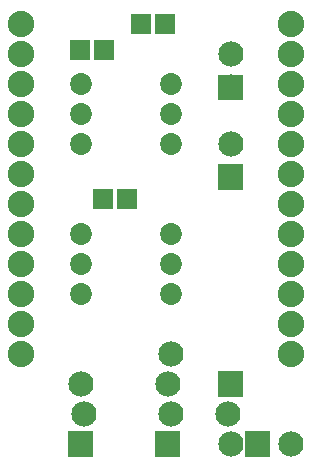
<source format=gbs>
G04 MADE WITH FRITZING*
G04 WWW.FRITZING.ORG*
G04 DOUBLE SIDED*
G04 HOLES PLATED*
G04 CONTOUR ON CENTER OF CONTOUR VECTOR*
%ASAXBY*%
%FSLAX23Y23*%
%MOIN*%
%OFA0B0*%
%SFA1.0B1.0*%
%ADD10C,0.088000*%
%ADD11C,0.084000*%
%ADD12C,0.073000*%
%ADD13R,0.065118X0.069055*%
%ADD14R,0.001000X0.001000*%
%LNMASK0*%
G90*
G70*
G54D10*
X72Y1473D03*
X72Y1373D03*
X72Y1273D03*
X72Y1173D03*
X72Y1073D03*
X72Y973D03*
X72Y873D03*
X72Y773D03*
X72Y673D03*
X72Y573D03*
X72Y473D03*
X72Y373D03*
X972Y373D03*
X972Y473D03*
X972Y573D03*
X972Y673D03*
X972Y773D03*
X972Y873D03*
X972Y973D03*
X972Y1073D03*
X972Y1173D03*
X972Y1273D03*
X972Y1373D03*
X972Y1473D03*
G54D11*
X862Y73D03*
X972Y73D03*
X772Y1263D03*
X772Y1373D03*
X772Y963D03*
X772Y1073D03*
X562Y73D03*
X572Y173D03*
X562Y273D03*
X572Y373D03*
X772Y273D03*
X762Y173D03*
X772Y73D03*
X272Y73D03*
X282Y173D03*
X272Y273D03*
G54D12*
X572Y1273D03*
X572Y1173D03*
X572Y1073D03*
X272Y1073D03*
X272Y1173D03*
X272Y1273D03*
X572Y1273D03*
X572Y1173D03*
X572Y1073D03*
X272Y1073D03*
X272Y1173D03*
X272Y1273D03*
X572Y1273D03*
X572Y1173D03*
X572Y1073D03*
X272Y1073D03*
X272Y1173D03*
X272Y1273D03*
X572Y773D03*
X572Y673D03*
X572Y573D03*
X272Y573D03*
X272Y673D03*
X272Y773D03*
X572Y773D03*
X572Y673D03*
X572Y573D03*
X272Y573D03*
X272Y673D03*
X272Y773D03*
X572Y773D03*
X572Y673D03*
X572Y573D03*
X272Y573D03*
X272Y673D03*
X272Y773D03*
G54D13*
X351Y1388D03*
X270Y1388D03*
X426Y891D03*
X345Y891D03*
X553Y1473D03*
X472Y1473D03*
G54D14*
X731Y1304D02*
X814Y1304D01*
X731Y1303D02*
X814Y1303D01*
X731Y1302D02*
X814Y1302D01*
X731Y1301D02*
X814Y1301D01*
X731Y1300D02*
X814Y1300D01*
X731Y1299D02*
X814Y1299D01*
X731Y1298D02*
X814Y1298D01*
X731Y1297D02*
X814Y1297D01*
X731Y1296D02*
X814Y1296D01*
X731Y1295D02*
X814Y1295D01*
X731Y1294D02*
X814Y1294D01*
X731Y1293D02*
X814Y1293D01*
X731Y1292D02*
X814Y1292D01*
X731Y1291D02*
X814Y1291D01*
X731Y1290D02*
X814Y1290D01*
X731Y1289D02*
X814Y1289D01*
X731Y1288D02*
X814Y1288D01*
X731Y1287D02*
X814Y1287D01*
X731Y1286D02*
X814Y1286D01*
X731Y1285D02*
X814Y1285D01*
X731Y1284D02*
X814Y1284D01*
X731Y1283D02*
X814Y1283D01*
X731Y1282D02*
X814Y1282D01*
X731Y1281D02*
X814Y1281D01*
X731Y1280D02*
X814Y1280D01*
X731Y1279D02*
X814Y1279D01*
X731Y1278D02*
X814Y1278D01*
X731Y1277D02*
X767Y1277D01*
X779Y1277D02*
X814Y1277D01*
X731Y1276D02*
X765Y1276D01*
X780Y1276D02*
X814Y1276D01*
X731Y1275D02*
X763Y1275D01*
X782Y1275D02*
X814Y1275D01*
X731Y1274D02*
X762Y1274D01*
X783Y1274D02*
X814Y1274D01*
X731Y1273D02*
X761Y1273D01*
X784Y1273D02*
X814Y1273D01*
X731Y1272D02*
X760Y1272D01*
X785Y1272D02*
X814Y1272D01*
X731Y1271D02*
X759Y1271D01*
X786Y1271D02*
X814Y1271D01*
X731Y1270D02*
X759Y1270D01*
X786Y1270D02*
X814Y1270D01*
X731Y1269D02*
X758Y1269D01*
X787Y1269D02*
X814Y1269D01*
X731Y1268D02*
X758Y1268D01*
X787Y1268D02*
X814Y1268D01*
X731Y1267D02*
X758Y1267D01*
X787Y1267D02*
X814Y1267D01*
X731Y1266D02*
X757Y1266D01*
X788Y1266D02*
X814Y1266D01*
X731Y1265D02*
X757Y1265D01*
X788Y1265D02*
X814Y1265D01*
X731Y1264D02*
X757Y1264D01*
X788Y1264D02*
X814Y1264D01*
X731Y1263D02*
X757Y1263D01*
X788Y1263D02*
X814Y1263D01*
X731Y1262D02*
X757Y1262D01*
X788Y1262D02*
X814Y1262D01*
X731Y1261D02*
X757Y1261D01*
X788Y1261D02*
X814Y1261D01*
X731Y1260D02*
X757Y1260D01*
X788Y1260D02*
X814Y1260D01*
X731Y1259D02*
X758Y1259D01*
X788Y1259D02*
X814Y1259D01*
X731Y1258D02*
X758Y1258D01*
X787Y1258D02*
X814Y1258D01*
X731Y1257D02*
X758Y1257D01*
X787Y1257D02*
X814Y1257D01*
X731Y1256D02*
X759Y1256D01*
X786Y1256D02*
X814Y1256D01*
X731Y1255D02*
X759Y1255D01*
X786Y1255D02*
X814Y1255D01*
X731Y1254D02*
X760Y1254D01*
X785Y1254D02*
X814Y1254D01*
X731Y1253D02*
X761Y1253D01*
X784Y1253D02*
X814Y1253D01*
X731Y1252D02*
X762Y1252D01*
X783Y1252D02*
X814Y1252D01*
X731Y1251D02*
X763Y1251D01*
X782Y1251D02*
X814Y1251D01*
X731Y1250D02*
X764Y1250D01*
X781Y1250D02*
X814Y1250D01*
X731Y1249D02*
X766Y1249D01*
X779Y1249D02*
X814Y1249D01*
X731Y1248D02*
X814Y1248D01*
X731Y1247D02*
X814Y1247D01*
X731Y1246D02*
X814Y1246D01*
X731Y1245D02*
X814Y1245D01*
X731Y1244D02*
X814Y1244D01*
X731Y1243D02*
X814Y1243D01*
X731Y1242D02*
X814Y1242D01*
X731Y1241D02*
X814Y1241D01*
X731Y1240D02*
X814Y1240D01*
X731Y1239D02*
X814Y1239D01*
X731Y1238D02*
X814Y1238D01*
X731Y1237D02*
X814Y1237D01*
X731Y1236D02*
X814Y1236D01*
X731Y1235D02*
X814Y1235D01*
X731Y1234D02*
X814Y1234D01*
X731Y1233D02*
X814Y1233D01*
X731Y1232D02*
X814Y1232D01*
X731Y1231D02*
X814Y1231D01*
X731Y1230D02*
X814Y1230D01*
X731Y1229D02*
X814Y1229D01*
X731Y1228D02*
X814Y1228D01*
X731Y1227D02*
X814Y1227D01*
X731Y1226D02*
X814Y1226D01*
X731Y1225D02*
X814Y1225D01*
X731Y1224D02*
X814Y1224D01*
X731Y1223D02*
X814Y1223D01*
X731Y1222D02*
X814Y1222D01*
X731Y1221D02*
X814Y1221D01*
X731Y1005D02*
X814Y1005D01*
X731Y1004D02*
X814Y1004D01*
X731Y1003D02*
X814Y1003D01*
X731Y1002D02*
X814Y1002D01*
X731Y1001D02*
X814Y1001D01*
X731Y1000D02*
X814Y1000D01*
X731Y999D02*
X814Y999D01*
X731Y998D02*
X814Y998D01*
X731Y997D02*
X814Y997D01*
X731Y996D02*
X814Y996D01*
X731Y995D02*
X814Y995D01*
X731Y994D02*
X814Y994D01*
X731Y993D02*
X814Y993D01*
X731Y992D02*
X814Y992D01*
X731Y991D02*
X814Y991D01*
X731Y990D02*
X814Y990D01*
X731Y989D02*
X814Y989D01*
X731Y988D02*
X814Y988D01*
X731Y987D02*
X814Y987D01*
X731Y986D02*
X814Y986D01*
X731Y985D02*
X814Y985D01*
X731Y984D02*
X814Y984D01*
X731Y983D02*
X814Y983D01*
X731Y982D02*
X814Y982D01*
X731Y981D02*
X814Y981D01*
X731Y980D02*
X814Y980D01*
X731Y979D02*
X814Y979D01*
X731Y978D02*
X814Y978D01*
X731Y977D02*
X766Y977D01*
X779Y977D02*
X814Y977D01*
X731Y976D02*
X764Y976D01*
X781Y976D02*
X814Y976D01*
X731Y975D02*
X763Y975D01*
X782Y975D02*
X814Y975D01*
X731Y974D02*
X762Y974D01*
X783Y974D02*
X814Y974D01*
X731Y973D02*
X761Y973D01*
X784Y973D02*
X814Y973D01*
X731Y972D02*
X760Y972D01*
X785Y972D02*
X814Y972D01*
X731Y971D02*
X759Y971D01*
X786Y971D02*
X814Y971D01*
X731Y970D02*
X759Y970D01*
X786Y970D02*
X814Y970D01*
X731Y969D02*
X758Y969D01*
X787Y969D02*
X814Y969D01*
X731Y968D02*
X758Y968D01*
X787Y968D02*
X814Y968D01*
X731Y967D02*
X758Y967D01*
X788Y967D02*
X814Y967D01*
X731Y966D02*
X757Y966D01*
X788Y966D02*
X814Y966D01*
X731Y965D02*
X757Y965D01*
X788Y965D02*
X814Y965D01*
X731Y964D02*
X757Y964D01*
X788Y964D02*
X814Y964D01*
X731Y963D02*
X757Y963D01*
X788Y963D02*
X814Y963D01*
X731Y962D02*
X757Y962D01*
X788Y962D02*
X814Y962D01*
X731Y961D02*
X757Y961D01*
X788Y961D02*
X814Y961D01*
X731Y960D02*
X757Y960D01*
X788Y960D02*
X814Y960D01*
X731Y959D02*
X758Y959D01*
X787Y959D02*
X814Y959D01*
X731Y958D02*
X758Y958D01*
X787Y958D02*
X814Y958D01*
X731Y957D02*
X758Y957D01*
X787Y957D02*
X814Y957D01*
X731Y956D02*
X759Y956D01*
X786Y956D02*
X814Y956D01*
X731Y955D02*
X759Y955D01*
X786Y955D02*
X814Y955D01*
X731Y954D02*
X760Y954D01*
X785Y954D02*
X814Y954D01*
X731Y953D02*
X761Y953D01*
X784Y953D02*
X814Y953D01*
X731Y952D02*
X762Y952D01*
X783Y952D02*
X814Y952D01*
X731Y951D02*
X763Y951D01*
X782Y951D02*
X814Y951D01*
X731Y950D02*
X765Y950D01*
X781Y950D02*
X814Y950D01*
X731Y949D02*
X767Y949D01*
X779Y949D02*
X814Y949D01*
X731Y948D02*
X814Y948D01*
X731Y947D02*
X814Y947D01*
X731Y946D02*
X814Y946D01*
X731Y945D02*
X814Y945D01*
X731Y944D02*
X814Y944D01*
X731Y943D02*
X814Y943D01*
X731Y942D02*
X814Y942D01*
X731Y941D02*
X814Y941D01*
X731Y940D02*
X814Y940D01*
X731Y939D02*
X814Y939D01*
X731Y938D02*
X814Y938D01*
X731Y937D02*
X814Y937D01*
X731Y936D02*
X814Y936D01*
X731Y935D02*
X814Y935D01*
X731Y934D02*
X814Y934D01*
X731Y933D02*
X814Y933D01*
X731Y932D02*
X814Y932D01*
X731Y931D02*
X814Y931D01*
X731Y930D02*
X814Y930D01*
X731Y929D02*
X814Y929D01*
X731Y928D02*
X814Y928D01*
X731Y927D02*
X814Y927D01*
X731Y926D02*
X814Y926D01*
X731Y925D02*
X814Y925D01*
X731Y924D02*
X814Y924D01*
X731Y923D02*
X814Y923D01*
X731Y922D02*
X814Y922D01*
X731Y315D02*
X814Y315D01*
X731Y314D02*
X814Y314D01*
X731Y313D02*
X814Y313D01*
X731Y312D02*
X814Y312D01*
X731Y311D02*
X814Y311D01*
X731Y310D02*
X814Y310D01*
X731Y309D02*
X814Y309D01*
X731Y308D02*
X814Y308D01*
X731Y307D02*
X814Y307D01*
X731Y306D02*
X814Y306D01*
X731Y305D02*
X814Y305D01*
X731Y304D02*
X814Y304D01*
X731Y303D02*
X814Y303D01*
X731Y302D02*
X814Y302D01*
X731Y301D02*
X814Y301D01*
X731Y300D02*
X814Y300D01*
X731Y299D02*
X814Y299D01*
X731Y298D02*
X814Y298D01*
X731Y297D02*
X814Y297D01*
X731Y296D02*
X814Y296D01*
X731Y295D02*
X814Y295D01*
X731Y294D02*
X814Y294D01*
X731Y293D02*
X814Y293D01*
X731Y292D02*
X814Y292D01*
X731Y291D02*
X814Y291D01*
X731Y290D02*
X814Y290D01*
X731Y289D02*
X814Y289D01*
X731Y288D02*
X771Y288D01*
X774Y288D02*
X814Y288D01*
X731Y287D02*
X766Y287D01*
X779Y287D02*
X814Y287D01*
X731Y286D02*
X764Y286D01*
X781Y286D02*
X814Y286D01*
X731Y285D02*
X763Y285D01*
X782Y285D02*
X814Y285D01*
X731Y284D02*
X762Y284D01*
X783Y284D02*
X814Y284D01*
X731Y283D02*
X761Y283D01*
X784Y283D02*
X814Y283D01*
X731Y282D02*
X760Y282D01*
X785Y282D02*
X814Y282D01*
X731Y281D02*
X759Y281D01*
X786Y281D02*
X814Y281D01*
X731Y280D02*
X759Y280D01*
X786Y280D02*
X814Y280D01*
X731Y279D02*
X758Y279D01*
X787Y279D02*
X814Y279D01*
X731Y278D02*
X758Y278D01*
X787Y278D02*
X814Y278D01*
X731Y277D02*
X758Y277D01*
X788Y277D02*
X814Y277D01*
X731Y276D02*
X757Y276D01*
X788Y276D02*
X814Y276D01*
X731Y275D02*
X757Y275D01*
X788Y275D02*
X814Y275D01*
X731Y274D02*
X757Y274D01*
X788Y274D02*
X814Y274D01*
X731Y273D02*
X757Y273D01*
X788Y273D02*
X814Y273D01*
X731Y272D02*
X757Y272D01*
X788Y272D02*
X814Y272D01*
X731Y271D02*
X757Y271D01*
X788Y271D02*
X814Y271D01*
X731Y270D02*
X757Y270D01*
X788Y270D02*
X814Y270D01*
X731Y269D02*
X758Y269D01*
X787Y269D02*
X814Y269D01*
X731Y268D02*
X758Y268D01*
X787Y268D02*
X814Y268D01*
X731Y267D02*
X758Y267D01*
X787Y267D02*
X814Y267D01*
X731Y266D02*
X759Y266D01*
X786Y266D02*
X814Y266D01*
X731Y265D02*
X759Y265D01*
X786Y265D02*
X814Y265D01*
X731Y264D02*
X760Y264D01*
X785Y264D02*
X814Y264D01*
X731Y263D02*
X761Y263D01*
X784Y263D02*
X814Y263D01*
X731Y262D02*
X762Y262D01*
X783Y262D02*
X814Y262D01*
X731Y261D02*
X763Y261D01*
X782Y261D02*
X814Y261D01*
X731Y260D02*
X765Y260D01*
X780Y260D02*
X814Y260D01*
X731Y259D02*
X767Y259D01*
X778Y259D02*
X814Y259D01*
X731Y258D02*
X814Y258D01*
X731Y257D02*
X814Y257D01*
X731Y256D02*
X814Y256D01*
X731Y255D02*
X814Y255D01*
X731Y254D02*
X814Y254D01*
X731Y253D02*
X814Y253D01*
X731Y252D02*
X814Y252D01*
X731Y251D02*
X814Y251D01*
X731Y250D02*
X814Y250D01*
X731Y249D02*
X814Y249D01*
X731Y248D02*
X814Y248D01*
X731Y247D02*
X814Y247D01*
X731Y246D02*
X814Y246D01*
X731Y245D02*
X814Y245D01*
X731Y244D02*
X814Y244D01*
X731Y243D02*
X814Y243D01*
X731Y242D02*
X814Y242D01*
X731Y241D02*
X814Y241D01*
X731Y240D02*
X814Y240D01*
X731Y239D02*
X814Y239D01*
X731Y238D02*
X814Y238D01*
X731Y237D02*
X814Y237D01*
X731Y236D02*
X814Y236D01*
X731Y235D02*
X814Y235D01*
X731Y234D02*
X814Y234D01*
X731Y233D02*
X814Y233D01*
X731Y232D02*
X814Y232D01*
X231Y115D02*
X314Y115D01*
X521Y115D02*
X604Y115D01*
X821Y115D02*
X904Y115D01*
X231Y114D02*
X314Y114D01*
X521Y114D02*
X604Y114D01*
X821Y114D02*
X904Y114D01*
X231Y113D02*
X314Y113D01*
X521Y113D02*
X604Y113D01*
X821Y113D02*
X904Y113D01*
X231Y112D02*
X314Y112D01*
X521Y112D02*
X604Y112D01*
X821Y112D02*
X904Y112D01*
X231Y111D02*
X314Y111D01*
X521Y111D02*
X604Y111D01*
X821Y111D02*
X904Y111D01*
X231Y110D02*
X314Y110D01*
X521Y110D02*
X604Y110D01*
X821Y110D02*
X904Y110D01*
X231Y109D02*
X314Y109D01*
X521Y109D02*
X604Y109D01*
X821Y109D02*
X904Y109D01*
X231Y108D02*
X314Y108D01*
X521Y108D02*
X604Y108D01*
X821Y108D02*
X904Y108D01*
X231Y107D02*
X314Y107D01*
X521Y107D02*
X604Y107D01*
X821Y107D02*
X904Y107D01*
X231Y106D02*
X314Y106D01*
X521Y106D02*
X604Y106D01*
X821Y106D02*
X904Y106D01*
X231Y105D02*
X314Y105D01*
X521Y105D02*
X604Y105D01*
X821Y105D02*
X904Y105D01*
X231Y104D02*
X314Y104D01*
X521Y104D02*
X604Y104D01*
X821Y104D02*
X904Y104D01*
X231Y103D02*
X314Y103D01*
X521Y103D02*
X604Y103D01*
X821Y103D02*
X904Y103D01*
X231Y102D02*
X314Y102D01*
X521Y102D02*
X604Y102D01*
X821Y102D02*
X904Y102D01*
X231Y101D02*
X314Y101D01*
X521Y101D02*
X604Y101D01*
X821Y101D02*
X904Y101D01*
X231Y100D02*
X314Y100D01*
X521Y100D02*
X604Y100D01*
X821Y100D02*
X904Y100D01*
X231Y99D02*
X314Y99D01*
X521Y99D02*
X604Y99D01*
X821Y99D02*
X904Y99D01*
X231Y98D02*
X314Y98D01*
X521Y98D02*
X604Y98D01*
X821Y98D02*
X904Y98D01*
X231Y97D02*
X314Y97D01*
X521Y97D02*
X604Y97D01*
X821Y97D02*
X904Y97D01*
X231Y96D02*
X314Y96D01*
X521Y96D02*
X604Y96D01*
X821Y96D02*
X904Y96D01*
X231Y95D02*
X314Y95D01*
X521Y95D02*
X604Y95D01*
X821Y95D02*
X904Y95D01*
X231Y94D02*
X314Y94D01*
X521Y94D02*
X604Y94D01*
X821Y94D02*
X904Y94D01*
X231Y93D02*
X314Y93D01*
X521Y93D02*
X604Y93D01*
X821Y93D02*
X904Y93D01*
X231Y92D02*
X314Y92D01*
X521Y92D02*
X604Y92D01*
X821Y92D02*
X904Y92D01*
X231Y91D02*
X314Y91D01*
X521Y91D02*
X604Y91D01*
X821Y91D02*
X904Y91D01*
X231Y90D02*
X314Y90D01*
X521Y90D02*
X604Y90D01*
X821Y90D02*
X904Y90D01*
X231Y89D02*
X314Y89D01*
X521Y89D02*
X604Y89D01*
X821Y89D02*
X904Y89D01*
X231Y88D02*
X271Y88D01*
X274Y88D02*
X314Y88D01*
X521Y88D02*
X561Y88D01*
X564Y88D02*
X604Y88D01*
X821Y88D02*
X861Y88D01*
X864Y88D02*
X904Y88D01*
X231Y87D02*
X266Y87D01*
X279Y87D02*
X314Y87D01*
X521Y87D02*
X556Y87D01*
X569Y87D02*
X604Y87D01*
X821Y87D02*
X856Y87D01*
X869Y87D02*
X904Y87D01*
X231Y86D02*
X264Y86D01*
X281Y86D02*
X314Y86D01*
X521Y86D02*
X554Y86D01*
X571Y86D02*
X604Y86D01*
X821Y86D02*
X854Y86D01*
X871Y86D02*
X904Y86D01*
X231Y85D02*
X263Y85D01*
X282Y85D02*
X314Y85D01*
X521Y85D02*
X553Y85D01*
X572Y85D02*
X604Y85D01*
X821Y85D02*
X853Y85D01*
X872Y85D02*
X904Y85D01*
X231Y84D02*
X262Y84D01*
X283Y84D02*
X314Y84D01*
X521Y84D02*
X552Y84D01*
X573Y84D02*
X604Y84D01*
X821Y84D02*
X852Y84D01*
X873Y84D02*
X904Y84D01*
X231Y83D02*
X261Y83D01*
X284Y83D02*
X314Y83D01*
X521Y83D02*
X551Y83D01*
X574Y83D02*
X604Y83D01*
X821Y83D02*
X851Y83D01*
X874Y83D02*
X904Y83D01*
X231Y82D02*
X260Y82D01*
X285Y82D02*
X314Y82D01*
X521Y82D02*
X550Y82D01*
X575Y82D02*
X604Y82D01*
X821Y82D02*
X850Y82D01*
X875Y82D02*
X904Y82D01*
X231Y81D02*
X259Y81D01*
X286Y81D02*
X314Y81D01*
X521Y81D02*
X549Y81D01*
X576Y81D02*
X604Y81D01*
X821Y81D02*
X849Y81D01*
X876Y81D02*
X904Y81D01*
X231Y80D02*
X259Y80D01*
X286Y80D02*
X314Y80D01*
X521Y80D02*
X549Y80D01*
X576Y80D02*
X604Y80D01*
X821Y80D02*
X849Y80D01*
X876Y80D02*
X904Y80D01*
X231Y79D02*
X258Y79D01*
X287Y79D02*
X314Y79D01*
X521Y79D02*
X548Y79D01*
X577Y79D02*
X604Y79D01*
X821Y79D02*
X848Y79D01*
X877Y79D02*
X904Y79D01*
X231Y78D02*
X258Y78D01*
X287Y78D02*
X314Y78D01*
X521Y78D02*
X548Y78D01*
X577Y78D02*
X604Y78D01*
X821Y78D02*
X848Y78D01*
X877Y78D02*
X904Y78D01*
X231Y77D02*
X258Y77D01*
X288Y77D02*
X314Y77D01*
X521Y77D02*
X548Y77D01*
X578Y77D02*
X604Y77D01*
X821Y77D02*
X848Y77D01*
X878Y77D02*
X904Y77D01*
X231Y76D02*
X257Y76D01*
X288Y76D02*
X314Y76D01*
X521Y76D02*
X547Y76D01*
X578Y76D02*
X604Y76D01*
X821Y76D02*
X847Y76D01*
X878Y76D02*
X904Y76D01*
X231Y75D02*
X257Y75D01*
X288Y75D02*
X314Y75D01*
X521Y75D02*
X547Y75D01*
X578Y75D02*
X604Y75D01*
X821Y75D02*
X847Y75D01*
X878Y75D02*
X904Y75D01*
X231Y74D02*
X257Y74D01*
X288Y74D02*
X314Y74D01*
X521Y74D02*
X547Y74D01*
X578Y74D02*
X604Y74D01*
X821Y74D02*
X847Y74D01*
X878Y74D02*
X904Y74D01*
X231Y73D02*
X257Y73D01*
X288Y73D02*
X314Y73D01*
X521Y73D02*
X547Y73D01*
X578Y73D02*
X604Y73D01*
X821Y73D02*
X847Y73D01*
X878Y73D02*
X904Y73D01*
X231Y72D02*
X257Y72D01*
X288Y72D02*
X314Y72D01*
X521Y72D02*
X547Y72D01*
X578Y72D02*
X604Y72D01*
X821Y72D02*
X847Y72D01*
X878Y72D02*
X904Y72D01*
X231Y71D02*
X257Y71D01*
X288Y71D02*
X314Y71D01*
X521Y71D02*
X547Y71D01*
X578Y71D02*
X604Y71D01*
X821Y71D02*
X847Y71D01*
X878Y71D02*
X904Y71D01*
X231Y70D02*
X257Y70D01*
X288Y70D02*
X314Y70D01*
X521Y70D02*
X547Y70D01*
X578Y70D02*
X604Y70D01*
X821Y70D02*
X847Y70D01*
X878Y70D02*
X904Y70D01*
X231Y69D02*
X258Y69D01*
X288Y69D02*
X314Y69D01*
X521Y69D02*
X548Y69D01*
X577Y69D02*
X604Y69D01*
X821Y69D02*
X848Y69D01*
X877Y69D02*
X904Y69D01*
X231Y68D02*
X258Y68D01*
X287Y68D02*
X314Y68D01*
X521Y68D02*
X548Y68D01*
X577Y68D02*
X604Y68D01*
X821Y68D02*
X848Y68D01*
X877Y68D02*
X904Y68D01*
X231Y67D02*
X258Y67D01*
X287Y67D02*
X314Y67D01*
X521Y67D02*
X548Y67D01*
X577Y67D02*
X604Y67D01*
X821Y67D02*
X848Y67D01*
X877Y67D02*
X904Y67D01*
X231Y66D02*
X259Y66D01*
X286Y66D02*
X314Y66D01*
X521Y66D02*
X549Y66D01*
X576Y66D02*
X604Y66D01*
X821Y66D02*
X849Y66D01*
X876Y66D02*
X904Y66D01*
X231Y65D02*
X259Y65D01*
X286Y65D02*
X314Y65D01*
X521Y65D02*
X549Y65D01*
X576Y65D02*
X604Y65D01*
X821Y65D02*
X849Y65D01*
X876Y65D02*
X904Y65D01*
X231Y64D02*
X260Y64D01*
X285Y64D02*
X314Y64D01*
X521Y64D02*
X550Y64D01*
X575Y64D02*
X604Y64D01*
X821Y64D02*
X850Y64D01*
X875Y64D02*
X904Y64D01*
X231Y63D02*
X261Y63D01*
X284Y63D02*
X314Y63D01*
X521Y63D02*
X551Y63D01*
X574Y63D02*
X604Y63D01*
X821Y63D02*
X851Y63D01*
X874Y63D02*
X904Y63D01*
X231Y62D02*
X262Y62D01*
X283Y62D02*
X314Y62D01*
X521Y62D02*
X552Y62D01*
X573Y62D02*
X604Y62D01*
X821Y62D02*
X852Y62D01*
X873Y62D02*
X904Y62D01*
X231Y61D02*
X263Y61D01*
X282Y61D02*
X314Y61D01*
X521Y61D02*
X553Y61D01*
X572Y61D02*
X604Y61D01*
X821Y61D02*
X853Y61D01*
X872Y61D02*
X904Y61D01*
X231Y60D02*
X265Y60D01*
X280Y60D02*
X314Y60D01*
X521Y60D02*
X555Y60D01*
X570Y60D02*
X604Y60D01*
X821Y60D02*
X855Y60D01*
X870Y60D02*
X904Y60D01*
X231Y59D02*
X267Y59D01*
X278Y59D02*
X314Y59D01*
X521Y59D02*
X557Y59D01*
X568Y59D02*
X604Y59D01*
X821Y59D02*
X857Y59D01*
X868Y59D02*
X904Y59D01*
X231Y58D02*
X314Y58D01*
X521Y58D02*
X604Y58D01*
X821Y58D02*
X904Y58D01*
X231Y57D02*
X314Y57D01*
X521Y57D02*
X604Y57D01*
X821Y57D02*
X904Y57D01*
X231Y56D02*
X314Y56D01*
X521Y56D02*
X604Y56D01*
X821Y56D02*
X904Y56D01*
X231Y55D02*
X314Y55D01*
X521Y55D02*
X604Y55D01*
X821Y55D02*
X904Y55D01*
X231Y54D02*
X314Y54D01*
X521Y54D02*
X604Y54D01*
X821Y54D02*
X904Y54D01*
X231Y53D02*
X314Y53D01*
X521Y53D02*
X604Y53D01*
X821Y53D02*
X904Y53D01*
X231Y52D02*
X314Y52D01*
X521Y52D02*
X604Y52D01*
X821Y52D02*
X904Y52D01*
X231Y51D02*
X314Y51D01*
X521Y51D02*
X604Y51D01*
X821Y51D02*
X904Y51D01*
X231Y50D02*
X314Y50D01*
X521Y50D02*
X604Y50D01*
X821Y50D02*
X904Y50D01*
X231Y49D02*
X314Y49D01*
X521Y49D02*
X604Y49D01*
X821Y49D02*
X904Y49D01*
X231Y48D02*
X314Y48D01*
X521Y48D02*
X604Y48D01*
X821Y48D02*
X904Y48D01*
X231Y47D02*
X314Y47D01*
X521Y47D02*
X604Y47D01*
X821Y47D02*
X904Y47D01*
X231Y46D02*
X314Y46D01*
X521Y46D02*
X604Y46D01*
X821Y46D02*
X904Y46D01*
X231Y45D02*
X314Y45D01*
X521Y45D02*
X604Y45D01*
X821Y45D02*
X904Y45D01*
X231Y44D02*
X314Y44D01*
X521Y44D02*
X604Y44D01*
X821Y44D02*
X904Y44D01*
X231Y43D02*
X314Y43D01*
X521Y43D02*
X604Y43D01*
X821Y43D02*
X904Y43D01*
X231Y42D02*
X314Y42D01*
X521Y42D02*
X604Y42D01*
X821Y42D02*
X904Y42D01*
X231Y41D02*
X314Y41D01*
X521Y41D02*
X604Y41D01*
X821Y41D02*
X904Y41D01*
X231Y40D02*
X314Y40D01*
X521Y40D02*
X604Y40D01*
X821Y40D02*
X904Y40D01*
X231Y39D02*
X314Y39D01*
X521Y39D02*
X604Y39D01*
X821Y39D02*
X904Y39D01*
X231Y38D02*
X314Y38D01*
X521Y38D02*
X604Y38D01*
X821Y38D02*
X904Y38D01*
X231Y37D02*
X314Y37D01*
X521Y37D02*
X604Y37D01*
X821Y37D02*
X904Y37D01*
X231Y36D02*
X314Y36D01*
X521Y36D02*
X604Y36D01*
X821Y36D02*
X904Y36D01*
X231Y35D02*
X314Y35D01*
X521Y35D02*
X604Y35D01*
X821Y35D02*
X904Y35D01*
X231Y34D02*
X314Y34D01*
X521Y34D02*
X604Y34D01*
X821Y34D02*
X904Y34D01*
X231Y33D02*
X314Y33D01*
X521Y33D02*
X604Y33D01*
X821Y33D02*
X904Y33D01*
X231Y32D02*
X314Y32D01*
X521Y32D02*
X604Y32D01*
X821Y32D02*
X904Y32D01*
D02*
G04 End of Mask0*
M02*
</source>
